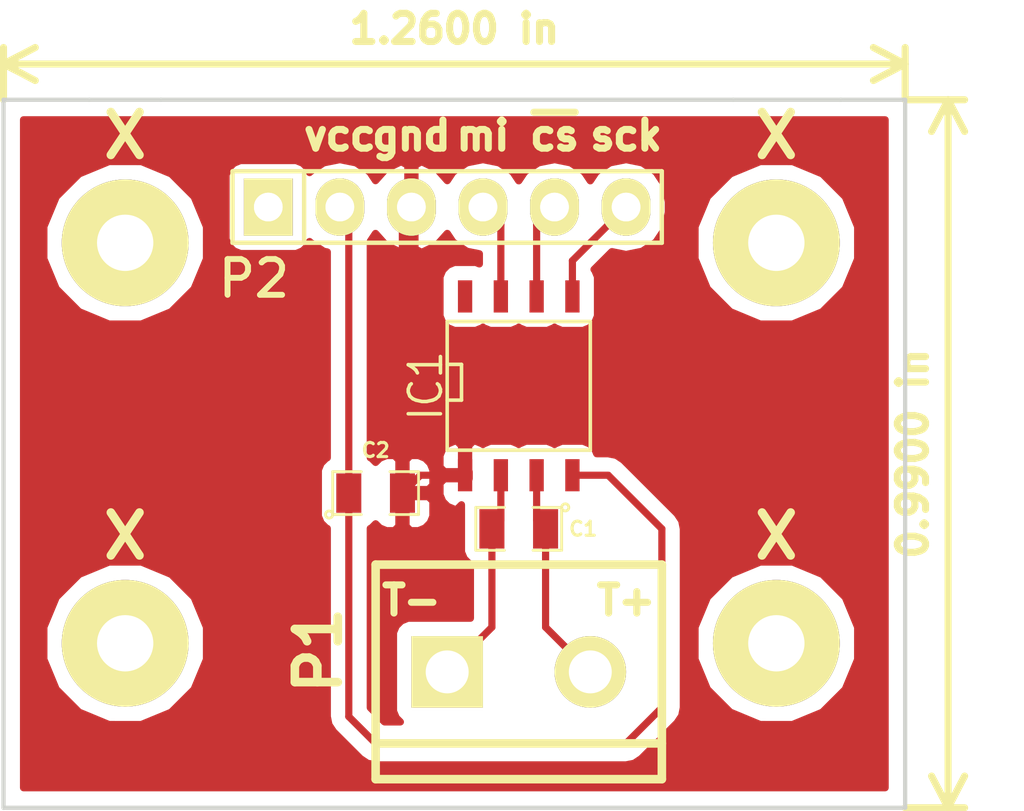
<source format=kicad_pcb>
(kicad_pcb (version 4) (host pcbnew "(2014-08-29 BZR 5106)-product")

  (general
    (links 17)
    (no_connects 0)
    (area 71.595889 96.985 130.588112 127.2032)
    (thickness 1.6)
    (drawings 17)
    (tracks 29)
    (zones 0)
    (modules 10)
    (nets 10)
  )

  (page A4)
  (layers
    (0 F.Cu signal)
    (31 B.Cu signal)
    (32 B.Adhes user)
    (33 F.Adhes user)
    (34 B.Paste user)
    (35 F.Paste user)
    (36 B.SilkS user)
    (37 F.SilkS user)
    (38 B.Mask user)
    (39 F.Mask user)
    (40 Dwgs.User user)
    (41 Cmts.User user)
    (42 Eco1.User user)
    (43 Eco2.User user)
    (44 Edge.Cuts user)
    (45 Margin user)
    (46 B.CrtYd user)
    (47 F.CrtYd user)
    (48 B.Fab user)
    (49 F.Fab user)
  )

  (setup
    (last_trace_width 0.254)
    (trace_clearance 0.254)
    (zone_clearance 0.508)
    (zone_45_only no)
    (trace_min 0.254)
    (segment_width 0.2)
    (edge_width 0.15)
    (via_size 0.889)
    (via_drill 0.635)
    (via_min_size 0.889)
    (via_min_drill 0.508)
    (uvia_size 0.508)
    (uvia_drill 0.127)
    (uvias_allowed no)
    (uvia_min_size 0.508)
    (uvia_min_drill 0.127)
    (pcb_text_width 0.3)
    (pcb_text_size 1 1)
    (mod_edge_width 0.15)
    (mod_text_size 1 1)
    (mod_text_width 0.15)
    (pad_size 5.5 5.5)
    (pad_drill 5)
    (pad_to_mask_clearance 0)
    (aux_axis_origin 0 0)
    (visible_elements FFFDFF7F)
    (pcbplotparams
      (layerselection 0x01030_00000001)
      (usegerberextensions false)
      (excludeedgelayer true)
      (linewidth 0.100000)
      (plotframeref false)
      (viasonmask false)
      (mode 1)
      (useauxorigin false)
      (hpglpennumber 1)
      (hpglpenspeed 20)
      (hpglpendiameter 15)
      (hpglpenoverlay 2)
      (psnegative false)
      (psa4output false)
      (plotreference true)
      (plotvalue true)
      (plotinvisibletext false)
      (padsonsilk false)
      (subtractmaskfromsilk false)
      (outputformat 4)
      (mirror false)
      (drillshape 0)
      (scaleselection 1)
      (outputdirectory /home/alvaro/Documentos/Embebidos/Proyecto/hija3/))
  )

  (net 0 "")
  (net 1 "Net-(C1-Pad1)")
  (net 2 "Net-(C1-Pad2)")
  (net 3 "Net-(C2-Pad1)")
  (net 4 GND)
  (net 5 "Net-(IC1-Pad8)")
  (net 6 "Net-(IC1-Pad7)")
  (net 7 "Net-(IC1-Pad6)")
  (net 8 "Net-(IC1-Pad5)")
  (net 9 "Net-(P2-Pad1)")

  (net_class Default "This is the default net class."
    (clearance 0.254)
    (trace_width 0.254)
    (via_dia 0.889)
    (via_drill 0.635)
    (uvia_dia 0.508)
    (uvia_drill 0.127)
    (add_net GND)
    (add_net "Net-(C1-Pad1)")
    (add_net "Net-(C1-Pad2)")
    (add_net "Net-(C2-Pad1)")
    (add_net "Net-(IC1-Pad5)")
    (add_net "Net-(IC1-Pad6)")
    (add_net "Net-(IC1-Pad7)")
    (add_net "Net-(IC1-Pad8)")
    (add_net "Net-(P2-Pad1)")
  )

  (module Pin_Headers:Pin_Header_Straight_1x06 placed (layer F.Cu) (tedit 54186965) (tstamp 54186BFA)
    (at 101.6 104.14)
    (descr "Through hole pin header")
    (tags "pin header")
    (path /5415CD1B)
    (fp_text reference P2 (at -6.858 2.54) (layer F.SilkS)
      (effects (font (size 1.27 1.27) (thickness 0.2032)))
    )
    (fp_text value CONN_01X06 (at 0 0) (layer F.SilkS) hide
      (effects (font (size 1.27 1.27) (thickness 0.2032)))
    )
    (fp_line (start -5.08 -1.27) (end 7.62 -1.27) (layer F.SilkS) (width 0.15))
    (fp_line (start 7.62 -1.27) (end 7.62 1.27) (layer F.SilkS) (width 0.15))
    (fp_line (start 7.62 1.27) (end -5.08 1.27) (layer F.SilkS) (width 0.15))
    (fp_line (start -7.62 -1.27) (end -5.08 -1.27) (layer F.SilkS) (width 0.15))
    (fp_line (start -5.08 -1.27) (end -5.08 1.27) (layer F.SilkS) (width 0.15))
    (fp_line (start -7.62 -1.27) (end -7.62 1.27) (layer F.SilkS) (width 0.15))
    (fp_line (start -7.62 1.27) (end -5.08 1.27) (layer F.SilkS) (width 0.15))
    (pad 1 thru_hole rect (at -6.35 0) (size 1.7272 2.032) (drill 1.016) (layers *.Cu *.Mask F.SilkS)
      (net 9 "Net-(P2-Pad1)"))
    (pad 2 thru_hole oval (at -3.81 0) (size 1.7272 2.032) (drill 1.016) (layers *.Cu *.Mask F.SilkS)
      (net 3 "Net-(C2-Pad1)"))
    (pad 3 thru_hole oval (at -1.27 0) (size 1.7272 2.032) (drill 1.016) (layers *.Cu *.Mask F.SilkS)
      (net 4 GND))
    (pad 4 thru_hole oval (at 1.27 0) (size 1.7272 2.032) (drill 1.016) (layers *.Cu *.Mask F.SilkS)
      (net 6 "Net-(IC1-Pad7)"))
    (pad 5 thru_hole oval (at 3.81 0) (size 1.7272 2.032) (drill 1.016) (layers *.Cu *.Mask F.SilkS)
      (net 7 "Net-(IC1-Pad6)"))
    (pad 6 thru_hole oval (at 6.35 0) (size 1.7272 2.032) (drill 1.016) (layers *.Cu *.Mask F.SilkS)
      (net 8 "Net-(IC1-Pad5)"))
    (model Pin_Headers/Pin_Header_Straight_1x06.wrl
      (at (xyz 0 0 0))
      (scale (xyz 1 1 1))
      (rotate (xyz 0 0 0))
    )
  )

  (module SMD_Packages:SMD-0805 placed (layer F.Cu) (tedit 54186992) (tstamp 5417033C)
    (at 104.14 115.57 180)
    (path /5415CC8A)
    (attr smd)
    (fp_text reference C1 (at -2.286 0 180) (layer F.SilkS)
      (effects (font (size 0.50038 0.50038) (thickness 0.10922)))
    )
    (fp_text value 10nF (at 0 0.381 180) (layer F.SilkS) hide
      (effects (font (size 0.50038 0.50038) (thickness 0.10922)))
    )
    (fp_circle (center -1.651 0.762) (end -1.651 0.635) (layer F.SilkS) (width 0.09906))
    (fp_line (start -0.508 0.762) (end -1.524 0.762) (layer F.SilkS) (width 0.09906))
    (fp_line (start -1.524 0.762) (end -1.524 -0.762) (layer F.SilkS) (width 0.09906))
    (fp_line (start -1.524 -0.762) (end -0.508 -0.762) (layer F.SilkS) (width 0.09906))
    (fp_line (start 0.508 -0.762) (end 1.524 -0.762) (layer F.SilkS) (width 0.09906))
    (fp_line (start 1.524 -0.762) (end 1.524 0.762) (layer F.SilkS) (width 0.09906))
    (fp_line (start 1.524 0.762) (end 0.508 0.762) (layer F.SilkS) (width 0.09906))
    (pad 1 smd rect (at -0.9525 0 180) (size 0.889 1.397) (layers F.Cu F.Paste F.Mask)
      (net 1 "Net-(C1-Pad1)"))
    (pad 2 smd rect (at 0.9525 0 180) (size 0.889 1.397) (layers F.Cu F.Paste F.Mask)
      (net 2 "Net-(C1-Pad2)"))
    (model smd/chip_cms.wrl
      (at (xyz 0 0 0))
      (scale (xyz 0.1 0.1 0.1))
      (rotate (xyz 0 0 0))
    )
  )

  (module SMD_Packages:SMD-0805 placed (layer F.Cu) (tedit 54186984) (tstamp 54170349)
    (at 99.06 114.3)
    (path /5415CC1F)
    (attr smd)
    (fp_text reference C2 (at 0 -1.524) (layer F.SilkS)
      (effects (font (size 0.50038 0.50038) (thickness 0.10922)))
    )
    (fp_text value 0.1uF (at 0 0.381) (layer F.SilkS) hide
      (effects (font (size 0.50038 0.50038) (thickness 0.10922)))
    )
    (fp_circle (center -1.651 0.762) (end -1.651 0.635) (layer F.SilkS) (width 0.09906))
    (fp_line (start -0.508 0.762) (end -1.524 0.762) (layer F.SilkS) (width 0.09906))
    (fp_line (start -1.524 0.762) (end -1.524 -0.762) (layer F.SilkS) (width 0.09906))
    (fp_line (start -1.524 -0.762) (end -0.508 -0.762) (layer F.SilkS) (width 0.09906))
    (fp_line (start 0.508 -0.762) (end 1.524 -0.762) (layer F.SilkS) (width 0.09906))
    (fp_line (start 1.524 -0.762) (end 1.524 0.762) (layer F.SilkS) (width 0.09906))
    (fp_line (start 1.524 0.762) (end 0.508 0.762) (layer F.SilkS) (width 0.09906))
    (pad 1 smd rect (at -0.9525 0) (size 0.889 1.397) (layers F.Cu F.Paste F.Mask)
      (net 3 "Net-(C2-Pad1)"))
    (pad 2 smd rect (at 0.9525 0) (size 0.889 1.397) (layers F.Cu F.Paste F.Mask)
      (net 4 GND))
    (model smd/chip_cms.wrl
      (at (xyz 0 0 0))
      (scale (xyz 0.1 0.1 0.1))
      (rotate (xyz 0 0 0))
    )
  )

  (module SMD_Packages:SOIC-8-N placed (layer F.Cu) (tedit 541869A3) (tstamp 5417035C)
    (at 104.14 110.49)
    (descr "Module Narrow CMS SOJ 8 pins large")
    (tags "CMS SOJ")
    (path /5415CB95)
    (attr smd)
    (fp_text reference IC1 (at -3.302 0 90) (layer F.SilkS)
      (effects (font (size 1.143 1.016) (thickness 0.127)))
    )
    (fp_text value MAX31855 (at 0 1.27) (layer F.SilkS) hide
      (effects (font (size 1.016 1.016) (thickness 0.127)))
    )
    (fp_line (start -2.54 -2.286) (end 2.54 -2.286) (layer F.SilkS) (width 0.127))
    (fp_line (start 2.54 -2.286) (end 2.54 2.286) (layer F.SilkS) (width 0.127))
    (fp_line (start 2.54 2.286) (end -2.54 2.286) (layer F.SilkS) (width 0.127))
    (fp_line (start -2.54 2.286) (end -2.54 -2.286) (layer F.SilkS) (width 0.127))
    (fp_line (start -2.54 -0.762) (end -2.032 -0.762) (layer F.SilkS) (width 0.127))
    (fp_line (start -2.032 -0.762) (end -2.032 0.508) (layer F.SilkS) (width 0.127))
    (fp_line (start -2.032 0.508) (end -2.54 0.508) (layer F.SilkS) (width 0.127))
    (pad 8 smd rect (at -1.905 -3.175) (size 0.508 1.143) (layers F.Cu F.Paste F.Mask)
      (net 5 "Net-(IC1-Pad8)"))
    (pad 7 smd rect (at -0.635 -3.175) (size 0.508 1.143) (layers F.Cu F.Paste F.Mask)
      (net 6 "Net-(IC1-Pad7)"))
    (pad 6 smd rect (at 0.635 -3.175) (size 0.508 1.143) (layers F.Cu F.Paste F.Mask)
      (net 7 "Net-(IC1-Pad6)"))
    (pad 5 smd rect (at 1.905 -3.175) (size 0.508 1.143) (layers F.Cu F.Paste F.Mask)
      (net 8 "Net-(IC1-Pad5)"))
    (pad 4 smd rect (at 1.905 3.175) (size 0.508 1.143) (layers F.Cu F.Paste F.Mask)
      (net 3 "Net-(C2-Pad1)"))
    (pad 3 smd rect (at 0.635 3.175) (size 0.508 1.143) (layers F.Cu F.Paste F.Mask)
      (net 1 "Net-(C1-Pad1)"))
    (pad 2 smd rect (at -0.635 3.175) (size 0.508 1.143) (layers F.Cu F.Paste F.Mask)
      (net 2 "Net-(C1-Pad2)"))
    (pad 1 smd rect (at -1.905 3.175) (size 0.508 1.143) (layers F.Cu F.Paste F.Mask)
      (net 4 GND))
    (model smd/cms_so8.wrl
      (at (xyz 0 0 0))
      (scale (xyz 0.5 0.38 0.5))
      (rotate (xyz 0 0 0))
    )
  )

  (module Connect:bornier2 placed (layer F.Cu) (tedit 541869B0) (tstamp 54170367)
    (at 104.14 120.65)
    (descr "Bornier d'alimentation 2 pins")
    (tags DEV)
    (path /5415CD74)
    (fp_text reference P1 (at -7.112 -0.762 90) (layer F.SilkS)
      (effects (font (thickness 0.3048)))
    )
    (fp_text value CONN_01X02 (at 0 5.08) (layer F.SilkS) hide
      (effects (font (thickness 0.3048)))
    )
    (fp_line (start 5.08 2.54) (end -5.08 2.54) (layer F.SilkS) (width 0.3048))
    (fp_line (start 5.08 3.81) (end 5.08 -3.81) (layer F.SilkS) (width 0.3048))
    (fp_line (start 5.08 -3.81) (end -5.08 -3.81) (layer F.SilkS) (width 0.3048))
    (fp_line (start -5.08 -3.81) (end -5.08 3.81) (layer F.SilkS) (width 0.3048))
    (fp_line (start -5.08 3.81) (end 5.08 3.81) (layer F.SilkS) (width 0.3048))
    (pad 1 thru_hole rect (at -2.54 0) (size 2.54 2.54) (drill 1.524) (layers *.Cu *.Mask F.SilkS)
      (net 2 "Net-(C1-Pad2)"))
    (pad 2 thru_hole circle (at 2.54 0) (size 2.54 2.54) (drill 1.524) (layers *.Cu *.Mask F.SilkS)
      (net 1 "Net-(C1-Pad1)"))
    (model Device/bornier_2.wrl
      (at (xyz 0 0 0))
      (scale (xyz 1 1 1))
      (rotate (xyz 0 0 0))
    )
  )

  (module Pin_Headers:Pin_Header_Straight_1x06 placed (layer F.Cu) (tedit 54186965) (tstamp 54170378)
    (at 101.6 104.14)
    (descr "Through hole pin header")
    (tags "pin header")
    (path /5415CD1B)
    (fp_text reference P2 (at -6.858 2.54) (layer F.SilkS)
      (effects (font (size 1.27 1.27) (thickness 0.2032)))
    )
    (fp_text value CONN_01X06 (at 0 0) (layer F.SilkS) hide
      (effects (font (size 1.27 1.27) (thickness 0.2032)))
    )
    (fp_line (start -5.08 -1.27) (end 7.62 -1.27) (layer F.SilkS) (width 0.15))
    (fp_line (start 7.62 -1.27) (end 7.62 1.27) (layer F.SilkS) (width 0.15))
    (fp_line (start 7.62 1.27) (end -5.08 1.27) (layer F.SilkS) (width 0.15))
    (fp_line (start -7.62 -1.27) (end -5.08 -1.27) (layer F.SilkS) (width 0.15))
    (fp_line (start -5.08 -1.27) (end -5.08 1.27) (layer F.SilkS) (width 0.15))
    (fp_line (start -7.62 -1.27) (end -7.62 1.27) (layer F.SilkS) (width 0.15))
    (fp_line (start -7.62 1.27) (end -5.08 1.27) (layer F.SilkS) (width 0.15))
    (pad 1 thru_hole rect (at -6.35 0) (size 1.7272 2.032) (drill 1.016) (layers *.Cu *.Mask F.SilkS)
      (net 9 "Net-(P2-Pad1)"))
    (pad 2 thru_hole oval (at -3.81 0) (size 1.7272 2.032) (drill 1.016) (layers *.Cu *.Mask F.SilkS)
      (net 3 "Net-(C2-Pad1)"))
    (pad 3 thru_hole oval (at -1.27 0) (size 1.7272 2.032) (drill 1.016) (layers *.Cu *.Mask F.SilkS)
      (net 4 GND))
    (pad 4 thru_hole oval (at 1.27 0) (size 1.7272 2.032) (drill 1.016) (layers *.Cu *.Mask F.SilkS)
      (net 6 "Net-(IC1-Pad7)"))
    (pad 5 thru_hole oval (at 3.81 0) (size 1.7272 2.032) (drill 1.016) (layers *.Cu *.Mask F.SilkS)
      (net 7 "Net-(IC1-Pad6)"))
    (pad 6 thru_hole oval (at 6.35 0) (size 1.7272 2.032) (drill 1.016) (layers *.Cu *.Mask F.SilkS)
      (net 8 "Net-(IC1-Pad5)"))
    (model Pin_Headers/Pin_Header_Straight_1x06.wrl
      (at (xyz 0 0 0))
      (scale (xyz 1 1 1))
      (rotate (xyz 0 0 0))
    )
  )

  (module Wire_Pads:SolderWirePad_single_2mmDrill (layer F.Cu) (tedit 5419BDFA) (tstamp 5419BDFA)
    (at 113.284 105.41)
    (fp_text reference X (at 0 -3.81) (layer F.SilkS)
      (effects (font (thickness 0.3048)))
    )
    (fp_text value SolderWirePad_single_2mmDrill (at -0.635 3.81) (layer F.SilkS) hide
      (effects (font (size 1.50114 1.50114) (thickness 0.20066)))
    )
    (pad 1 thru_hole circle (at 0 0) (size 4.50088 4.50088) (drill 1.99898) (layers *.Cu *.Mask F.SilkS))
  )

  (module Wire_Pads:SolderWirePad_single_2mmDrill (layer F.Cu) (tedit 5419BE05) (tstamp 5419BE05)
    (at 90.17 119.634)
    (fp_text reference X (at 0 -3.81) (layer F.SilkS)
      (effects (font (thickness 0.3048)))
    )
    (fp_text value SolderWirePad_single_2mmDrill (at -0.635 3.81) (layer F.SilkS) hide
      (effects (font (size 1.50114 1.50114) (thickness 0.20066)))
    )
    (pad 1 thru_hole circle (at 0 0) (size 4.50088 4.50088) (drill 1.99898) (layers *.Cu *.Mask F.SilkS))
  )

  (module Wire_Pads:SolderWirePad_single_2mmDrill (layer F.Cu) (tedit 5419BE09) (tstamp 5419BE0A)
    (at 90.17 105.41)
    (fp_text reference X (at 0 -3.81) (layer F.SilkS)
      (effects (font (thickness 0.3048)))
    )
    (fp_text value SolderWirePad_single_2mmDrill (at -0.635 3.81) (layer F.SilkS) hide
      (effects (font (size 1.50114 1.50114) (thickness 0.20066)))
    )
    (pad 1 thru_hole circle (at 0 0) (size 4.50088 4.50088) (drill 1.99898) (layers *.Cu *.Mask F.SilkS))
  )

  (module Wire_Pads:SolderWirePad_single_2mmDrill (layer F.Cu) (tedit 5419BE0C) (tstamp 5419BE0F)
    (at 113.284 119.634)
    (fp_text reference X (at 0 -3.81) (layer F.SilkS)
      (effects (font (thickness 0.3048)))
    )
    (fp_text value SolderWirePad_single_2mmDrill (at -0.635 3.81) (layer F.SilkS) hide
      (effects (font (size 1.50114 1.50114) (thickness 0.20066)))
    )
    (pad 1 thru_hole circle (at 0 0) (size 4.50088 4.50088) (drill 1.99898) (layers *.Cu *.Mask F.SilkS))
  )

  (dimension 25.146 (width 0.25) (layer F.SilkS)
    (gr_text 25,146mm (at 120.38 112.903 270) (layer F.SilkS)
      (effects (font (size 1 1) (thickness 0.25)))
    )
    (feature1 (pts (xy 117.856 125.476) (xy 121.38 125.476)))
    (feature2 (pts (xy 117.856 100.33) (xy 121.38 100.33)))
    (crossbar (pts (xy 119.38 100.33) (xy 119.38 125.476)))
    (arrow1a (pts (xy 119.38 125.476) (xy 118.793579 124.349496)))
    (arrow1b (pts (xy 119.38 125.476) (xy 119.966421 124.349496)))
    (arrow2a (pts (xy 119.38 100.33) (xy 118.793579 101.456504)))
    (arrow2b (pts (xy 119.38 100.33) (xy 119.966421 101.456504)))
  )
  (dimension 32.004 (width 0.25) (layer F.SilkS)
    (gr_text 32,004mm (at 101.854 98.06) (layer F.SilkS)
      (effects (font (size 1 1) (thickness 0.25)))
    )
    (feature1 (pts (xy 117.856 100.33) (xy 117.856 97.06)))
    (feature2 (pts (xy 85.852 100.33) (xy 85.852 97.06)))
    (crossbar (pts (xy 85.852 99.06) (xy 117.856 99.06)))
    (arrow1a (pts (xy 117.856 99.06) (xy 116.729496 99.646421)))
    (arrow1b (pts (xy 117.856 99.06) (xy 116.729496 98.473579)))
    (arrow2a (pts (xy 85.852 99.06) (xy 86.978504 99.646421)))
    (arrow2b (pts (xy 85.852 99.06) (xy 86.978504 98.473579)))
  )
  (gr_line (start 85.852 100.33) (end 85.852 125.476) (angle 90) (layer Edge.Cuts) (width 0.15))
  (gr_line (start 117.856 100.33) (end 117.856 125.476) (angle 90) (layer Edge.Cuts) (width 0.15))
  (gr_line (start 85.852 125.476) (end 117.856 125.476) (angle 90) (layer Edge.Cuts) (width 0.15))
  (gr_line (start 88.9 100.33) (end 85.852 100.33) (angle 90) (layer Edge.Cuts) (width 0.15))
  (gr_line (start 115.57 100.33) (end 117.856 100.33) (angle 90) (layer Edge.Cuts) (width 0.15))
  (gr_line (start 88.9 100.33) (end 91.44 100.33) (angle 90) (layer Edge.Cuts) (width 0.15))
  (gr_line (start 115.57 100.33) (end 111.76 100.33) (angle 90) (layer Edge.Cuts) (width 0.15))
  (gr_text vcc (at 97.79 101.6) (layer F.SilkS)
    (effects (font (size 1 1) (thickness 0.25)))
  )
  (gr_text sck (at 107.95 101.6) (layer F.SilkS)
    (effects (font (size 1 1) (thickness 0.25)))
  )
  (gr_text ~cs (at 105.41 101.6) (layer F.SilkS)
    (effects (font (size 1 1) (thickness 0.25)))
  )
  (gr_text mi (at 102.87 101.6) (layer F.SilkS)
    (effects (font (size 1 1) (thickness 0.25)))
  )
  (gr_text T- (at 100.33 118.11) (layer F.SilkS)
    (effects (font (size 1 1) (thickness 0.25)))
  )
  (gr_text T+ (at 107.95 118.11) (layer F.SilkS)
    (effects (font (size 1 1) (thickness 0.25)))
  )
  (gr_text gnd (at 100.33 101.6) (layer F.SilkS)
    (effects (font (size 1 1) (thickness 0.25)))
  )
  (gr_line (start 111.76 100.33) (end 91.44 100.33) (angle 90) (layer Edge.Cuts) (width 0.15))

  (segment (start 104.775 115.2525) (end 105.0925 115.57) (width 0.254) (layer F.Cu) (net 1) (tstamp 541705F0))
  (segment (start 104.775 113.665) (end 104.775 115.2525) (width 0.254) (layer F.Cu) (net 1))
  (segment (start 105.0925 119.0625) (end 106.68 120.65) (width 0.254) (layer F.Cu) (net 1) (tstamp 54170651))
  (segment (start 105.0925 115.57) (end 105.0925 119.0625) (width 0.254) (layer F.Cu) (net 1))
  (segment (start 103.505 115.2525) (end 103.1875 115.57) (width 0.254) (layer F.Cu) (net 2) (tstamp 541705E7))
  (segment (start 103.505 113.665) (end 103.505 115.2525) (width 0.254) (layer F.Cu) (net 2))
  (segment (start 103.1875 119.0625) (end 101.6 120.65) (width 0.254) (layer F.Cu) (net 2) (tstamp 5417063E))
  (segment (start 103.1875 115.57) (end 103.1875 119.0625) (width 0.254) (layer F.Cu) (net 2))
  (segment (start 107.315 113.665) (end 109.22 115.57) (width 0.254) (layer F.Cu) (net 3) (tstamp 54170681))
  (segment (start 109.22 115.57) (end 109.22 121.92) (width 0.254) (layer F.Cu) (net 3) (tstamp 5417068F))
  (segment (start 109.22 121.92) (end 107.95 123.19) (width 0.254) (layer F.Cu) (net 3) (tstamp 54170698))
  (segment (start 107.95 123.19) (end 99.06 123.19) (width 0.254) (layer F.Cu) (net 3) (tstamp 5417069B))
  (segment (start 99.06 123.19) (end 98.1075 122.2375) (width 0.254) (layer F.Cu) (net 3) (tstamp 541706A3))
  (segment (start 98.1075 122.2375) (end 98.1075 114.3) (width 0.254) (layer F.Cu) (net 3) (tstamp 541706A6))
  (segment (start 106.045 113.665) (end 107.315 113.665) (width 0.254) (layer F.Cu) (net 3))
  (segment (start 98.1075 104.4575) (end 97.79 104.14) (width 0.254) (layer F.Cu) (net 3) (tstamp 541706B4))
  (segment (start 98.1075 114.3) (end 98.1075 104.4575) (width 0.254) (layer F.Cu) (net 3))
  (segment (start 100.0125 114.3) (end 100.0125 104.4575) (width 0.254) (layer F.Cu) (net 4) (tstamp 54186C0B))
  (segment (start 100.0125 104.4575) (end 100.33 104.14) (width 0.254) (layer F.Cu) (net 4) (tstamp 54186C0A))
  (segment (start 100.6475 113.665) (end 100.0125 114.3) (width 0.254) (layer F.Cu) (net 4) (tstamp 5417065D))
  (segment (start 102.235 113.665) (end 100.6475 113.665) (width 0.254) (layer F.Cu) (net 4))
  (segment (start 100.0125 104.4575) (end 100.33 104.14) (width 0.254) (layer F.Cu) (net 4) (tstamp 5417066C))
  (segment (start 100.0125 114.3) (end 100.0125 104.4575) (width 0.254) (layer F.Cu) (net 4))
  (segment (start 103.505 104.775) (end 102.87 104.14) (width 0.254) (layer F.Cu) (net 6) (tstamp 541706BF))
  (segment (start 103.505 107.315) (end 103.505 104.775) (width 0.254) (layer F.Cu) (net 6))
  (segment (start 104.775 104.775) (end 105.41 104.14) (width 0.254) (layer F.Cu) (net 7) (tstamp 541706C7))
  (segment (start 104.775 107.315) (end 104.775 104.775) (width 0.254) (layer F.Cu) (net 7))
  (segment (start 106.045 106.045) (end 107.95 104.14) (width 0.254) (layer F.Cu) (net 8) (tstamp 541706CD))
  (segment (start 106.045 107.315) (end 106.045 106.045) (width 0.254) (layer F.Cu) (net 8))

  (zone (net 4) (net_name GND) (layer F.Cu) (tstamp 5419C1DD) (hatch edge 0.508)
    (connect_pads (clearance 0.508))
    (min_thickness 0.254)
    (fill yes (arc_segments 16) (thermal_gap 0.508) (thermal_bridge_width 0.508))
    (polygon
      (pts
        (xy 117.602 124.968) (xy 86.106 124.968) (xy 86.36 100.838) (xy 117.602 100.838)
      )
    )
    (filled_polygon
      (pts
        (xy 117.146 124.766) (xy 116.16994 124.766) (xy 116.16994 119.062569) (xy 116.16994 104.838569) (xy 115.731583 103.777665)
        (xy 114.920604 102.965269) (xy 113.860467 102.525062) (xy 112.712569 102.52406) (xy 111.651665 102.962417) (xy 110.839269 103.773396)
        (xy 110.399062 104.833533) (xy 110.39806 105.981431) (xy 110.836417 107.042335) (xy 111.647396 107.854731) (xy 112.707533 108.294938)
        (xy 113.855431 108.29594) (xy 114.916335 107.857583) (xy 115.728731 107.046604) (xy 116.168938 105.986467) (xy 116.16994 104.838569)
        (xy 116.16994 119.062569) (xy 115.731583 118.001665) (xy 114.920604 117.189269) (xy 113.860467 116.749062) (xy 112.712569 116.74806)
        (xy 111.651665 117.186417) (xy 110.839269 117.997396) (xy 110.399062 119.057533) (xy 110.39806 120.205431) (xy 110.836417 121.266335)
        (xy 111.647396 122.078731) (xy 112.707533 122.518938) (xy 113.855431 122.51994) (xy 114.916335 122.081583) (xy 115.728731 121.270604)
        (xy 116.168938 120.210467) (xy 116.16994 119.062569) (xy 116.16994 124.766) (xy 109.982 124.766) (xy 109.982 121.92)
        (xy 109.982 115.57) (xy 109.923996 115.278396) (xy 109.923996 115.278395) (xy 109.758815 115.031185) (xy 109.4486 114.72097)
        (xy 109.4486 104.324745) (xy 109.4486 103.955255) (xy 109.334526 103.381766) (xy 109.00967 102.895585) (xy 108.523489 102.570729)
        (xy 107.95 102.456655) (xy 107.376511 102.570729) (xy 106.89033 102.895585) (xy 106.68 103.210365) (xy 106.46967 102.895585)
        (xy 105.983489 102.570729) (xy 105.41 102.456655) (xy 104.836511 102.570729) (xy 104.35033 102.895585) (xy 104.14 103.210365)
        (xy 103.92967 102.895585) (xy 103.443489 102.570729) (xy 102.87 102.456655) (xy 102.296511 102.570729) (xy 101.81033 102.895585)
        (xy 101.603539 103.205069) (xy 101.232036 102.789268) (xy 100.704791 102.535291) (xy 100.689026 102.532642) (xy 100.457 102.653783)
        (xy 100.457 104.013) (xy 100.477 104.013) (xy 100.477 104.267) (xy 100.457 104.267) (xy 100.457 105.626217)
        (xy 100.689026 105.747358) (xy 100.704791 105.744709) (xy 101.232036 105.490732) (xy 101.603539 105.07493) (xy 101.81033 105.384415)
        (xy 102.296511 105.709271) (xy 102.743 105.798083) (xy 102.743 106.16139) (xy 102.61531 106.1085) (xy 102.362691 106.1085)
        (xy 101.854691 106.1085) (xy 101.621302 106.205173) (xy 101.442673 106.383801) (xy 101.346 106.61719) (xy 101.346 106.869809)
        (xy 101.346 108.012809) (xy 101.442673 108.246198) (xy 101.621301 108.424827) (xy 101.85469 108.5215) (xy 102.107309 108.5215)
        (xy 102.615309 108.5215) (xy 102.848698 108.424827) (xy 102.869999 108.403525) (xy 102.891301 108.424827) (xy 103.12469 108.5215)
        (xy 103.377309 108.5215) (xy 103.885309 108.5215) (xy 104.118698 108.424827) (xy 104.139999 108.403525) (xy 104.161301 108.424827)
        (xy 104.39469 108.5215) (xy 104.647309 108.5215) (xy 105.155309 108.5215) (xy 105.388698 108.424827) (xy 105.409999 108.403525)
        (xy 105.431301 108.424827) (xy 105.66469 108.5215) (xy 105.917309 108.5215) (xy 106.425309 108.5215) (xy 106.658698 108.424827)
        (xy 106.837327 108.246199) (xy 106.934 108.01281) (xy 106.934 107.760191) (xy 106.934 106.617191) (xy 106.837327 106.383802)
        (xy 106.810577 106.357052) (xy 107.444779 105.72285) (xy 107.95 105.823345) (xy 108.523489 105.709271) (xy 109.00967 105.384415)
        (xy 109.334526 104.898234) (xy 109.4486 104.324745) (xy 109.4486 114.72097) (xy 107.853815 113.126185) (xy 107.606605 112.961004)
        (xy 107.315 112.903) (xy 106.907411 112.903) (xy 106.837327 112.733802) (xy 106.658699 112.555173) (xy 106.42531 112.4585)
        (xy 106.172691 112.4585) (xy 105.664691 112.4585) (xy 105.431302 112.555173) (xy 105.41 112.576474) (xy 105.388699 112.555173)
        (xy 105.15531 112.4585) (xy 104.902691 112.4585) (xy 104.394691 112.4585) (xy 104.161302 112.555173) (xy 104.14 112.576474)
        (xy 104.118699 112.555173) (xy 103.88531 112.4585) (xy 103.632691 112.4585) (xy 103.124691 112.4585) (xy 102.891302 112.555173)
        (xy 102.87 112.576474) (xy 102.848698 112.555173) (xy 102.615309 112.4585) (xy 102.52075 112.4585) (xy 102.362 112.61725)
        (xy 102.362 113.538) (xy 102.382 113.538) (xy 102.382 113.792) (xy 102.362 113.792) (xy 102.362 113.812)
        (xy 102.108 113.812) (xy 102.108 113.792) (xy 102.108 113.538) (xy 102.108 112.61725) (xy 101.94925 112.4585)
        (xy 101.854691 112.4585) (xy 101.621302 112.555173) (xy 101.442673 112.733801) (xy 101.346 112.96719) (xy 101.346 113.219809)
        (xy 101.346 113.37925) (xy 101.50475 113.538) (xy 102.108 113.538) (xy 102.108 113.792) (xy 101.50475 113.792)
        (xy 101.346 113.95075) (xy 101.346 114.110191) (xy 101.346 114.36281) (xy 101.442673 114.596199) (xy 101.621302 114.774827)
        (xy 101.854691 114.8715) (xy 101.94925 114.8715) (xy 102.107998 114.712752) (xy 102.107998 114.8715) (xy 102.108 114.8715)
        (xy 102.108 114.997809) (xy 102.108 116.394809) (xy 102.204673 116.628198) (xy 102.383301 116.806827) (xy 102.4255 116.824306)
        (xy 102.4255 118.745) (xy 101.092 118.745) (xy 101.092 115.12481) (xy 101.092 114.872191) (xy 101.092 114.58575)
        (xy 101.092 114.01425) (xy 101.092 113.727809) (xy 101.092 113.47519) (xy 100.995327 113.241801) (xy 100.816698 113.063173)
        (xy 100.583309 112.9665) (xy 100.29825 112.9665) (xy 100.1395 113.12525) (xy 100.1395 114.173) (xy 100.93325 114.173)
        (xy 101.092 114.01425) (xy 101.092 114.58575) (xy 100.93325 114.427) (xy 100.1395 114.427) (xy 100.1395 115.47475)
        (xy 100.29825 115.6335) (xy 100.583309 115.6335) (xy 100.816698 115.536827) (xy 100.995327 115.358199) (xy 101.092 115.12481)
        (xy 101.092 118.745) (xy 100.203691 118.745) (xy 99.970302 118.841673) (xy 99.791673 119.020301) (xy 99.695 119.25369)
        (xy 99.695 119.506309) (xy 99.695 122.046309) (xy 99.791673 122.279698) (xy 99.939974 122.428) (xy 99.37563 122.428)
        (xy 98.8695 121.921869) (xy 98.8695 115.554306) (xy 98.911698 115.536827) (xy 99.06 115.388525) (xy 99.208302 115.536827)
        (xy 99.441691 115.6335) (xy 99.72675 115.6335) (xy 99.8855 115.47475) (xy 99.8855 114.427) (xy 99.8655 114.427)
        (xy 99.8655 114.173) (xy 99.8855 114.173) (xy 99.8855 113.12525) (xy 99.72675 112.9665) (xy 99.441691 112.9665)
        (xy 99.208302 113.063173) (xy 99.059999 113.211474) (xy 98.911699 113.063173) (xy 98.8695 113.045693) (xy 98.8695 105.354737)
        (xy 99.05646 105.07493) (xy 99.427964 105.490732) (xy 99.955209 105.744709) (xy 99.970974 105.747358) (xy 100.203 105.626217)
        (xy 100.203 104.267) (xy 100.183 104.267) (xy 100.183 104.013) (xy 100.203 104.013) (xy 100.203 102.653783)
        (xy 99.970974 102.532642) (xy 99.955209 102.535291) (xy 99.427964 102.789268) (xy 99.05646 103.205069) (xy 98.84967 102.895585)
        (xy 98.363489 102.570729) (xy 97.79 102.456655) (xy 97.216511 102.570729) (xy 96.73033 102.895585) (xy 96.715499 102.91778)
        (xy 96.651927 102.764302) (xy 96.473299 102.585673) (xy 96.23991 102.489) (xy 95.987291 102.489) (xy 94.260091 102.489)
        (xy 94.026702 102.585673) (xy 93.848073 102.764301) (xy 93.7514 102.99769) (xy 93.7514 103.250309) (xy 93.7514 105.282309)
        (xy 93.848073 105.515698) (xy 94.026701 105.694327) (xy 94.26009 105.791) (xy 94.512709 105.791) (xy 96.239909 105.791)
        (xy 96.473298 105.694327) (xy 96.651927 105.515699) (xy 96.7155 105.36222) (xy 96.73033 105.384415) (xy 97.216511 105.709271)
        (xy 97.3455 105.734928) (xy 97.3455 113.045693) (xy 97.303302 113.063173) (xy 97.124673 113.241801) (xy 97.028 113.47519)
        (xy 97.028 113.727809) (xy 97.028 115.124809) (xy 97.124673 115.358198) (xy 97.303301 115.536827) (xy 97.3455 115.554306)
        (xy 97.3455 122.2375) (xy 97.403504 122.529105) (xy 97.568685 122.776315) (xy 98.521184 123.728815) (xy 98.521185 123.728815)
        (xy 98.768395 123.893996) (xy 99.06 123.952) (xy 107.95 123.952) (xy 107.95 123.951999) (xy 108.241604 123.893996)
        (xy 108.241605 123.893996) (xy 108.488815 123.728815) (xy 109.758815 122.458816) (xy 109.758815 122.458815) (xy 109.923996 122.211605)
        (xy 109.981999 121.92) (xy 109.982 121.92) (xy 109.982 124.766) (xy 93.05594 124.766) (xy 93.05594 119.062569)
        (xy 93.05594 104.838569) (xy 92.617583 103.777665) (xy 91.806604 102.965269) (xy 90.746467 102.525062) (xy 89.598569 102.52406)
        (xy 88.537665 102.962417) (xy 87.725269 103.773396) (xy 87.285062 104.833533) (xy 87.28406 105.981431) (xy 87.722417 107.042335)
        (xy 88.533396 107.854731) (xy 89.593533 108.294938) (xy 90.741431 108.29594) (xy 91.802335 107.857583) (xy 92.614731 107.046604)
        (xy 93.054938 105.986467) (xy 93.05594 104.838569) (xy 93.05594 119.062569) (xy 92.617583 118.001665) (xy 91.806604 117.189269)
        (xy 90.746467 116.749062) (xy 89.598569 116.74806) (xy 88.537665 117.186417) (xy 87.725269 117.997396) (xy 87.285062 119.057533)
        (xy 87.28406 120.205431) (xy 87.722417 121.266335) (xy 88.533396 122.078731) (xy 89.593533 122.518938) (xy 90.741431 122.51994)
        (xy 91.802335 122.081583) (xy 92.614731 121.270604) (xy 93.054938 120.210467) (xy 93.05594 119.062569) (xy 93.05594 124.766)
        (xy 86.562 124.766) (xy 86.562 101.04) (xy 88.9 101.04) (xy 91.44 101.04) (xy 111.76 101.04)
        (xy 115.57 101.04) (xy 117.146 101.04) (xy 117.146 124.766)
      )
    )
  )
)

</source>
